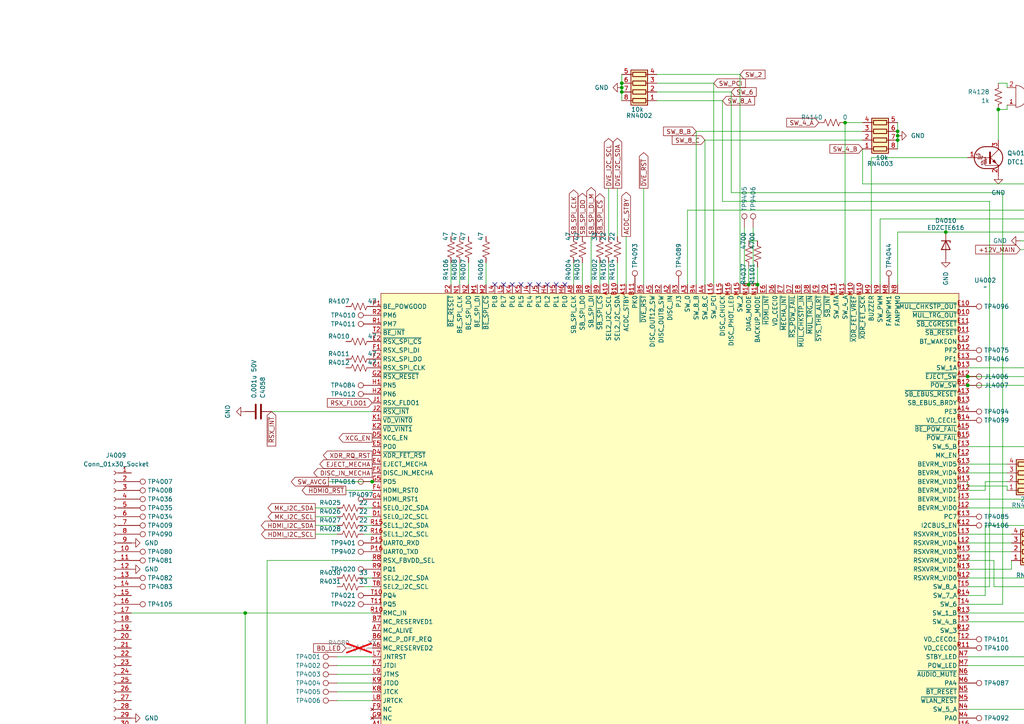
<source format=kicad_sch>
(kicad_sch (version 20231120) (generator "eeschema") (generator_version "8.0")
  (paper "A4")
  (junction (at 176.53 223.52))
  (junction (at 199.39 223.52))
  (junction (at 389.89 97.79))
  (junction (at 171.45 223.52))
  (junction (at 309.88 72.39))
  (junction (at 205.74 223.52))
  (junction (at 153.67 223.52))
  (junction (at 260.35 39.37))
  (junction (at 181.61 223.52))
  (junction (at 224.79 256.54))
  (junction (at 191.77 238.76))
  (junction (at 320.04 80.01))
  (junction (at 317.5 72.39))
  (junction (at 412.75 92.71))
  (junction (at 151.13 223.52))
  (junction (at 184.15 223.52))
  (junction (at 163.83 289.56))
  (junction (at 180.34 24.13))
  (junction (at 313.69 67.31))
  (junction (at 138.43 223.52))
  (junction (at 173.99 223.52))
  (junction (at 260.35 38.1))
  (junction (at 364.49 128.27))
  (junction (at 180.34 25.4))
  (junction (at 138.43 297.18))
  (junction (at 163.83 275.59))
  (junction (at 149.86 275.59))
  (junction (at 160.02 275.59))
  (junction (at 135.89 223.52))
  (junction (at 227.33 231.14))
  (junction (at 378.46 100.33))
  (junction (at 149.86 283.21))
  (junction (at 289.56 31.75))
  (junction (at 274.32 67.31))
  (junction (at 214.63 266.7))
  (junction (at 186.69 223.52))
  (junction (at 140.97 223.52))
  (junction (at 227.33 264.16))
  (junction (at 349.25 177.8))
  (junction (at 156.21 223.52))
  (junction (at 179.07 223.52))
  (junction (at 226.06 264.16))
  (junction (at 364.49 129.54))
  (junction (at 219.71 82.55))
  (junction (at 199.39 238.76))
  (junction (at 166.37 238.76))
  (junction (at 107.95 139.7))
  (junction (at 260.35 40.64))
  (junction (at 242.57 223.52))
  (junction (at 227.33 238.76))
  (junction (at 224.79 237.49))
  (junction (at 71.12 177.8))
  (junction (at 309.88 67.31))
  (junction (at 217.17 237.49))
  (junction (at 401.32 95.25))
  (junction (at 217.17 256.54))
  (junction (at 234.95 256.54))
  (junction (at 148.59 223.52))
  (junction (at 364.49 127))
  (junction (at 309.88 69.85))
  (junction (at 217.17 82.55))
  (junction (at 209.55 238.76))
  (junction (at 158.75 223.52))
  (junction (at 194.31 266.7))
  (junction (at 180.34 26.67))
  (junction (at 435.61 105.41))
  (junction (at 227.33 256.54))
  (junction (at 280.67 111.76))
  (junction (at 346.71 106.68))
  (junction (at 280.67 109.22))
  (junction (at 245.11 35.56))
  (junction (at 224.79 264.16))
  (junction (at 322.58 72.39))
  (no_connect (at 321.31 154.94))
  (no_connect (at 146.05 82.55))
  (no_connect (at 331.47 154.94))
  (no_connect (at 156.21 82.55))
  (no_connect (at 163.83 82.55))
  (no_connect (at 151.13 82.55))
  (no_connect (at 158.75 82.55))
  (no_connect (at 153.67 82.55))
  (no_connect (at 148.59 82.55))
  (no_connect (at 161.29 82.55))
  (no_connect (at 143.51 82.55))
  (wire (pts (xy 224.79 234.95) (xy 224.79 237.49)))
  (wire (pts (xy 317.5 72.39) (xy 322.58 72.39)))
  (wire (pts (xy 346.71 127) (xy 354.33 127)))
  (wire (pts (xy 105.41 147.32) (xy 107.95 147.32)))
  (wire (pts (xy 260.35 67.31) (xy 260.35 82.55)))
  (wire (pts (xy 289.56 40.64) (xy 289.56 31.75)))
  (wire (pts (xy 217.17 69.85) (xy 219.71 69.85)))
  (wire (pts (xy 179.07 54.61) (xy 179.07 68.58)))
  (wire (pts (xy 140.97 223.52) (xy 143.51 223.52)))
  (wire (pts (xy 280.67 205.74) (xy 300.99 205.74)))
  (wire (pts (xy 209.55 58.42) (xy 209.55 29.21)))
  (wire (pts (xy 105.41 149.86) (xy 107.95 149.86)))
  (wire (pts (xy 191.77 223.52) (xy 191.77 238.76)))
  (wire (pts (xy 322.58 72.39) (xy 325.12 72.39)))
  (wire (pts (xy 320.04 80.01) (xy 317.5 80.01)))
  (wire (pts (xy 212.09 26.67) (xy 190.5 26.67)))
  (wire (pts (xy 199.39 223.52) (xy 199.39 238.76)))
  (wire (pts (xy 179.07 223.52) (xy 181.61 223.52)))
  (wire (pts (xy 209.55 29.21) (xy 190.5 29.21)))
  (wire (pts (xy 148.59 297.18) (xy 153.67 297.18)))
  (wire (pts (xy 138.43 223.52) (xy 140.97 223.52)))
  (wire (pts (xy 209.55 223.52) (xy 209.55 238.76)))
  (wire (pts (xy 349.25 124.46) (xy 354.33 124.46)))
  (wire (pts (xy 78.74 119.38) (xy 107.95 119.38)))
  (wire (pts (xy 229.87 223.52) (xy 229.87 247.65)))
  (wire (pts (xy 226.06 264.16) (xy 227.33 264.16)))
  (wire (pts (xy 217.17 234.95) (xy 217.17 237.49)))
  (wire (pts (xy 91.44 147.32) (xy 97.79 147.32)))
  (wire (pts (xy 148.59 289.56) (xy 148.59 297.18)))
  (wire (pts (xy 280.67 134.62) (xy 292.1 134.62)))
  (wire (pts (xy 149.86 283.21) (xy 160.02 283.21)))
  (wire (pts (xy 260.35 40.64) (xy 260.35 43.18)))
  (wire (pts (xy 135.89 223.52) (xy 138.43 223.52)))
  (wire (pts (xy 97.79 193.04) (xy 107.95 193.04)))
  (wire (pts (xy 290.83 55.88) (xy 212.09 55.88)))
  (wire (pts (xy 252.73 45.72) (xy 280.67 45.72)))
  (wire (pts (xy 280.67 170.18) (xy 287.02 170.18)))
  (wire (pts (xy 360.68 105.41) (xy 360.68 63.5)))
  (wire (pts (xy 97.79 200.66) (xy 107.95 200.66)))
  (wire (pts (xy 280.67 167.64) (xy 300.99 167.64)))
  (wire (pts (xy 179.07 76.2) (xy 179.07 82.55)))
  (wire (pts (xy 105.41 154.94) (xy 107.95 154.94)))
  (wire (pts (xy 289.56 31.75) (xy 292.1 31.75)))
  (wire (pts (xy 105.41 167.64) (xy 107.95 167.64)))
  (wire (pts (xy 166.37 76.2) (xy 166.37 82.55)))
  (wire (pts (xy 260.35 67.31) (xy 274.32 67.31)))
  (wire (pts (xy 298.45 309.88) (xy 298.45 172.72)))
  (wire (pts (xy 300.99 205.74) (xy 300.99 175.26)))
  (wire (pts (xy 364.49 128.27) (xy 364.49 129.54)))
  (wire (pts (xy 365.76 97.79) (xy 365.76 109.22)))
  (wire (pts (xy 375.92 317.5) (xy 71.12 317.5)))
  (wire (pts (xy 280.67 157.48) (xy 293.37 157.48)))
  (wire (pts (xy 186.69 54.61) (xy 186.69 82.55)))
  (wire (pts (xy 71.12 177.8) (xy 71.12 317.5)))
  (wire (pts (xy 247.65 223.52) (xy 250.19 223.52)))
  (wire (pts (xy 217.17 77.47) (xy 217.17 82.55)))
  (wire (pts (xy 201.93 38.1) (xy 250.19 38.1)))
  (wire (pts (xy 424.18 90.17) (xy 443.23 90.17)))
  (wire (pts (xy 443.23 105.41) (xy 435.61 105.41)))
  (wire (pts (xy 401.32 95.25) (xy 443.23 95.25)))
  (wire (pts (xy 229.87 247.65) (xy 227.33 247.65)))
  (wire (pts (xy 293.37 165.1) (xy 293.37 162.56)))
  (wire (pts (xy 153.67 289.56) (xy 163.83 289.56)))
  (wire (pts (xy 222.25 234.95) (xy 224.79 234.95)))
  (wire (pts (xy 285.75 142.24) (xy 280.67 142.24)))
  (wire (pts (xy 274.32 67.31) (xy 309.88 67.31)))
  (wire (pts (xy 289.56 24.13) (xy 292.1 24.13)))
  (wire (pts (xy 290.83 175.26) (xy 290.83 55.88)))
  (wire (pts (xy 365.76 97.79) (xy 389.89 97.79)))
  (wire (pts (xy 91.44 154.94) (xy 97.79 154.94)))
  (wire (pts (xy 222.25 223.52) (xy 222.25 234.95)))
  (wire (pts (xy 285.75 172.72) (xy 285.75 152.4)))
  (wire (pts (xy 245.11 35.56) (xy 250.19 35.56)))
  (wire (pts (xy 307.34 144.78) (xy 307.34 149.86)))
  (wire (pts (xy 227.33 247.65) (xy 227.33 256.54)))
  (wire (pts (xy 215.9 82.55) (xy 217.17 82.55)))
  (wire (pts (xy 224.79 264.16) (xy 217.17 264.16)))
  (wire (pts (xy 133.35 76.2) (xy 133.35 82.55)))
  (wire (pts (xy 280.67 154.94) (xy 293.37 154.94)))
  (wire (pts (xy 364.49 124.46) (xy 364.49 127)))
  (wire (pts (xy 153.67 223.52) (xy 156.21 223.52)))
  (wire (pts (xy 224.79 237.49) (xy 224.79 256.54)))
  (wire (pts (xy 97.79 190.5) (xy 107.95 190.5)))
  (wire (pts (xy 443.23 100.33) (xy 378.46 100.33)))
  (wire (pts (xy 280.67 210.82) (xy 280.67 213.36)))
  (wire (pts (xy 207.01 82.55) (xy 207.01 24.13)))
  (wire (pts (xy 166.37 238.76) (xy 191.77 238.76)))
  (wire (pts (xy 287.02 170.18) (xy 287.02 58.42)))
  (wire (pts (xy 257.81 223.52) (xy 260.35 223.52)))
  (wire (pts (xy 375.92 102.87) (xy 375.92 317.5)))
  (wire (pts (xy 280.67 147.32) (xy 321.31 147.32)))
  (wire (pts (xy 180.34 26.67) (xy 180.34 29.21)))
  (wire (pts (xy 176.53 54.61) (xy 176.53 68.58)))
  (wire (pts (xy 313.69 40.64) (xy 313.69 67.31)))
  (wire (pts (xy 180.34 24.13) (xy 180.34 25.4)))
  (wire (pts (xy 138.43 238.76) (xy 166.37 238.76)))
  (wire (pts (xy 280.67 172.72) (xy 285.75 172.72)))
  (wire (pts (xy 190.5 21.59) (xy 214.63 21.59)))
  (wire (pts (xy 309.88 69.85) (xy 334.01 69.85)))
  (wire (pts (xy 139.7 275.59) (xy 149.86 275.59)))
  (wire (pts (xy 140.97 76.2) (xy 140.97 82.55)))
  (wire (pts (xy 205.74 223.52) (xy 207.01 223.52)))
  (wire (pts (xy 149.86 275.59) (xy 160.02 275.59)))
  (wire (pts (xy 424.18 121.92) (xy 424.18 90.17)))
  (wire (pts (xy 219.71 77.47) (xy 219.71 82.55)))
  (wire (pts (xy 214.63 223.52) (xy 214.63 266.7)))
  (wire (pts (xy 280.67 215.9) (xy 280.67 218.44)))
  (wire (pts (xy 121.92 297.18) (xy 138.43 297.18)))
  (wire (pts (xy 171.45 68.58) (xy 171.45 82.55)))
  (wire (pts (xy 280.67 190.5) (xy 370.84 190.5)))
  (wire (pts (xy 214.63 21.59) (xy 214.63 82.55)))
  (wire (pts (xy 91.44 152.4) (xy 97.79 152.4)))
  (wire (pts (xy 349.25 177.8) (xy 349.25 124.46)))
  (wire (pts (xy 330.2 72.39) (xy 334.01 72.39)))
  (wire (pts (xy 295.91 72.39) (xy 309.88 72.39)))
  (wire (pts (xy 298.45 172.72) (xy 300.99 172.72)))
  (wire (pts (xy 91.44 149.86) (xy 97.79 149.86)))
  (wire (pts (xy 280.67 177.8) (xy 349.25 177.8)))
  (wire (pts (xy 218.44 82.55) (xy 219.71 82.55)))
  (wire (pts (xy 260.35 35.56) (xy 260.35 38.1)))
  (wire (pts (xy 344.17 60.96) (xy 344.17 132.08)))
  (wire (pts (xy 201.93 82.55) (xy 201.93 38.1)))
  (wire (pts (xy 412.75 92.71) (xy 412.75 121.92)))
  (wire (pts (xy 176.53 223.52) (xy 179.07 223.52)))
  (wire (pts (xy 287.02 58.42) (xy 209.55 58.42)))
  (wire (pts (xy 173.99 223.52) (xy 176.53 223.52)))
  (wire (pts (xy 191.77 238.76) (xy 199.39 238.76)))
  (wire (pts (xy 138.43 223.52) (xy 138.43 238.76)))
  (wire (pts (xy 295.91 69.85) (xy 309.88 69.85)))
  (wire (pts (xy 360.68 63.5) (xy 255.27 63.5)))
  (wire (pts (xy 107.95 162.56) (xy 77.47 162.56)))
  (wire (pts (xy 285.75 152.4) (xy 321.31 152.4)))
  (wire (pts (xy 373.38 193.04) (xy 373.38 95.25)))
  (wire (pts (xy 224.79 231.14) (xy 227.33 231.14)))
  (wire (pts (xy 130.81 76.2) (xy 130.81 82.55)))
  (wire (pts (xy 176.53 76.2) (xy 176.53 82.55)))
  (wire (pts (xy 232.41 223.52) (xy 232.41 247.65)))
  (wire (pts (xy 199.39 82.55) (xy 199.39 60.96)))
  (wire (pts (xy 199.39 60.96) (xy 344.17 60.96)))
  (wire (pts (xy 260.35 39.37) (xy 260.35 40.64)))
  (wire (pts (xy 364.49 127) (xy 364.49 128.27)))
  (wire (pts (xy 260.35 38.1) (xy 260.35 39.37)))
  (wire (pts (xy 435.61 105.41) (xy 360.68 105.41)))
  (wire (pts (xy 201.93 266.7) (xy 214.63 266.7)))
  (wire (pts (xy 250.19 40.64) (xy 204.47 40.64)))
  (wire (pts (xy 158.75 223.52) (xy 161.29 223.52)))
  (wire (pts (xy 199.39 238.76) (xy 209.55 238.76)))
  (wire (pts (xy 280.67 160.02) (xy 293.37 160.02)))
  (wire (pts (xy 389.89 97.79) (xy 389.89 121.92)))
  (wire (pts (xy 194.31 223.52) (xy 196.85 223.52)))
  (wire (pts (xy 435.61 105.41) (xy 435.61 121.92)))
  (wire (pts (xy 105.41 152.4) (xy 107.95 152.4)))
  (wire (pts (xy 207.01 24.13) (xy 190.5 24.13)))
  (wire (pts (xy 143.51 289.56) (xy 148.59 289.56)))
  (wire (pts (xy 151.13 223.52) (xy 153.67 223.52)))
  (wire (pts (xy 309.88 72.39) (xy 317.5 72.39)))
  (wire (pts (xy 163.83 297.18) (xy 166.37 297.18)))
  (wire (pts (xy 280.67 106.68) (xy 346.71 106.68)))
  (wire (pts (xy 180.34 21.59) (xy 180.34 24.13)))
  (wire (pts (xy 245.11 82.55) (xy 245.11 35.56)))
  (wire (pts (xy 370.84 92.71) (xy 412.75 92.71)))
  (wire (pts (xy 280.67 111.76) (xy 368.3 111.76)))
  (wire (pts (xy 280.67 140.97) (xy 280.67 139.7)))
  (wire (pts (xy 313.69 67.31) (xy 334.01 67.31)))
  (wire (pts (xy 204.47 40.64) (xy 204.47 82.55)))
  (wire (pts (xy 280.67 109.22) (xy 365.76 109.22)))
  (wire (pts (xy 38.1 177.8) (xy 71.12 177.8)))
  (wire (pts (xy 173.99 76.2) (xy 173.99 82.55)))
  (wire (pts (xy 341.63 180.34) (xy 341.63 53.34)))
  (wire (pts (xy 218.44 66.04) (xy 218.44 82.55)))
  (wire (pts (xy 148.59 223.52) (xy 151.13 223.52)))
  (wire (pts (xy 77.47 309.88) (xy 298.45 309.88)))
  (wire (pts (xy 77.47 162.56) (xy 77.47 309.88)))
  (wire (pts (xy 184.15 223.52) (xy 186.69 223.52)))
  (wire (pts (xy 280.67 180.34) (xy 341.63 180.34)))
  (wire (pts (xy 181.61 223.52) (xy 184.15 223.52)))
  (wire (pts (xy 71.12 177.8) (xy 107.95 177.8)))
  (wire (pts (xy 163.83 223.52) (xy 163.83 275.59)))
  (wire (pts (xy 242.57 238.76) (xy 227.33 238.76)))
  (wire (pts (xy 346.71 106.68) (xy 346.71 127)))
  (wire (pts (xy 166.37 297.18) (xy 166.37 238.76)))
  (wire (pts (xy 401.32 121.92) (xy 401.32 95.25)))
  (wire (pts (xy 226.06 264.16) (xy 224.79 264.16)))
  (wire (pts (xy 209.55 238.76) (xy 227.33 238.76)))
  (wire (pts (xy 204.47 223.52) (xy 205.74 223.52)))
  (wire (pts (xy 168.91 76.2) (xy 168.91 82.55)))
  (wire (pts (xy 378.46 100.33) (xy 378.46 121.92)))
  (wire (pts (xy 285.75 139.7) (xy 285.75 142.24)))
  (wire (pts (xy 138.43 297.18) (xy 143.51 297.18)))
  (wire (pts (xy 146.05 223.52) (xy 148.59 223.52)))
  (wire (pts (xy 215.9 66.04) (xy 215.9 82.55)))
  (wire (pts (xy 217.17 252.73) (xy 217.17 256.54)))
  (wire (pts (xy 133.35 223.52) (xy 135.89 223.52)))
  (wire (pts (xy 252.73 45.72) (xy 252.73 82.55)))
  (wire (pts (xy 280.67 129.54) (xy 354.33 129.54)))
  (wire (pts (xy 341.63 53.34) (xy 250.19 53.34)))
  (wire (pts (xy 97.79 203.2) (xy 107.95 203.2)))
  (wire (pts (xy 181.61 68.58) (xy 181.61 82.55)))
  (wire (pts (xy 95.25 139.7) (xy 107.95 139.7)))
  (wire (pts (xy 320.04 80.01) (xy 322.58 80.01)))
  (wire (pts (xy 307.34 149.86) (xy 321.31 149.86)))
  (wire (pts (xy 280.67 175.26) (xy 290.83 175.26)))
  (wire (pts (xy 300.99 170.18) (xy 288.29 170.18)))
  (wire (pts (xy 217.17 237.49) (xy 217.17 245.11)))
  (wire (pts (xy 186.69 223.52) (xy 189.23 223.52)))
  (wire (pts (xy 443.23 92.71) (xy 412.75 92.71)))
  (wire (pts (xy 364.49 129.54) (xy 364.49 132.08)))
  (wire (pts (xy 322.58 33.02) (xy 322.58 35.56)))
  (wire (pts (xy 100.33 142.24) (xy 107.95 142.24)))
  (wire (pts (xy 280.67 165.1) (xy 293.37 165.1)))
  (wire (pts (xy 227.33 231.14) (xy 227.33 223.52)))
  (wire (pts (xy 212.09 55.88) (xy 212.09 26.67)))
  (wire (pts (xy 163.83 289.56) (xy 163.83 275.59)))
  (wire (pts (xy 255.27 63.5) (xy 255.27 82.55)))
  (wire (pts (xy 219.71 234.95) (xy 217.17 234.95)))
  (wire (pts (xy 309.88 67.31) (xy 313.69 67.31)))
  (wire (pts (xy 97.79 195.58) (xy 107.95 195.58)))
  (wire (pts (xy 242.57 223.52) (xy 245.11 223.52)))
  (wire (pts (xy 344.17 132.08) (xy 354.33 132.08)))
  (wire (pts (xy 219.71 223.52) (xy 219.71 234.95)))
  (wire (pts (xy 139.7 283.21) (xy 149.86 283.21)))
  (wire (pts (xy 373.38 95.25) (xy 401.32 95.25)))
  (wire (pts (xy 280.67 144.78) (xy 307.34 144.78)))
  (wire (pts (xy 280.67 193.04) (xy 373.38 193.04)))
  (wire (pts (xy 156.21 223.52) (xy 158.75 223.52)))
  (wire (pts (xy 292.1 24.13) (xy 292.1 25.4)))
  (wire (pts (xy 105.41 170.18) (xy 107.95 170.18)))
  (wire (pts (xy 180.34 25.4) (xy 180.34 26.67)))
  (wire (pts (xy 160.02 275.59) (xy 163.83 275.59)))
  (wire (pts (xy 252.73 223.52) (xy 255.27 223.52)))
  (wire (pts (xy 292.1 31.75) (xy 292.1 30.48)))
  (wire (pts (xy 97.79 198.12) (xy 107.95 198.12)))
  (wire (pts (xy 435.61 102.87) (xy 375.92 102.87)))
  (wire (pts (xy 242.57 231.14) (xy 242.57 238.76)))
  (wire (pts (xy 168.91 223.52) (xy 171.45 223.52)))
  (wire (pts (xy 292.1 142.24) (xy 292.1 140.97)))
  (wire (pts (xy 280.67 137.16) (xy 292.1 137.16)))
  (wire (pts (xy 250.19 53.34) (xy 250.19 43.18)))
  (wire (pts (xy 135.89 76.2) (xy 135.89 82.55)))
  (wire (pts (xy 292.1 139.7) (xy 285.75 139.7)))
  (wire (pts (xy 288.29 170.18) (xy 288.29 162.56)))
  (wire (pts (xy 191.77 266.7) (xy 194.31 266.7)))
  (wire (pts (xy 166.37 223.52) (xy 166.37 238.76)))
  (wire (pts (xy 368.3 100.33) (xy 378.46 100.33)))
  (wire (pts (xy 443.23 97.79) (xy 389.89 97.79)))
  (wire (pts (xy 227.33 264.16) (xy 234.95 264.16)))
  (wire (pts (xy 370.84 190.5) (xy 370.84 92.71)))
  (wire (pts (xy 234.95 247.65) (xy 234.95 256.54)))
  (wire (pts (xy 288.29 162.56) (xy 280.67 162.56)))
  (wire (pts (xy 368.3 111.76) (xy 368.3 100.33)))
  (wire (pts (xy 292.1 140.97) (xy 280.67 140.97)))
  (wire (pts (xy 199.39 223.52) (xy 201.93 223.52)))
  (wire (pts (xy 171.45 223.52) (xy 173.99 223.52)))
  (wire (pts (xy 232.41 247.65) (xy 234.95 247.65)))
  (global_label "SW_8_C" (shape input) (at 204.47 40.64 180) (property "Intersheetrefs" "${INTERSHEET_REFS}" (effects (hide yes))))
  (global_label "SB_SPI_DI_M" (shape output) (at 171.45 68.58 90) (property "Intersheetrefs" "${INTERSHEET_REFS}" (effects (hide yes))))
  (global_label "RSX_FBVDD_SEL" (shape input) (at 311.15 172.72 0) (property "Intersheetrefs" "${INTERSHEET_REFS}" (effects (hide yes))))
  (global_label "RXVRM_VID4" (shape input) (at 303.53 157.48 0) (property "Intersheetrefs" "${INTERSHEET_REFS}" (effects (hide yes))))
  (global_label "BEVRM_VID4" (shape input) (at 302.26 137.16 0) (property "Intersheetrefs" "${INTERSHEET_REFS}" (effects (hide yes))))
  (global_label "BEVRM_VID2" (shape input) (at 302.26 139.7 0) (property "Intersheetrefs" "${INTERSHEET_REFS}" (effects (hide yes))))
  (global_label "SW_5_A" (shape input) (at 311.15 175.26 0) (property "Intersheetrefs" "${INTERSHEET_REFS}" (effects (hide yes))))
  (global_label "~{SB_SPI_CS}" (shape output) (at 173.99 68.58 90) (property "Intersheetrefs" "${INTERSHEET_REFS}" (effects (hide yes))))
  (global_label "RXVRM_VID3" (shape input) (at 303.53 160.02 0) (property "Intersheetrefs" "${INTERSHEET_REFS}" (effects (hide yes))))
  (global_label "SW_7_A" (shape input) (at 331.47 152.4 0) (property "Intersheetrefs" "${INTERSHEET_REFS}" (effects (hide yes))))
  (global_label "RXVRM_VID1" (shape input) (at 303.53 162.56 0) (property "Intersheetrefs" "${INTERSHEET_REFS}" (effects (hide yes))))
  (global_label "SW_4_B" (shape input) (at 250.19 43.18 180) (property "Intersheetrefs" "${INTERSHEET_REFS}" (effects (hide yes))))
  (global_label "DVE_I2C_SDA" (shape output) (at 179.07 54.61 90) (property "Intersheetrefs" "${INTERSHEET_REFS}" (effects (hide yes))))
  (global_label "~{DVE_RST}" (shape output) (at 186.69 54.61 90) (property "Intersheetrefs" "${INTERSHEET_REFS}" (effects (hide yes))))
  (global_label "~{RSX_INT}" (shape input) (at 78.74 119.38 270) (property "Intersheetrefs" "${INTERSHEET_REFS}" (effects (hide yes))))
  (global_label "SW_4_A" (shape input) (at 237.49 35.56 180) (property "Intersheetrefs" "${INTERSHEET_REFS}" (effects (hide yes))))
  (global_label "RXVRM_VID0" (shape input) (at 311.15 167.64 0) (property "Intersheetrefs" "${INTERSHEET_REFS}" (effects (hide yes))))
  (global_label "HDMI_I2C_SDA" (shape output) (at 91.44 152.4 180) (property "Intersheetrefs" "${INTERSHEET_REFS}" (effects (hide yes))))
  (global_label "RXVRM_VID2" (shape input) (at 311.15 170.18 0) (property "Intersheetrefs" "${INTERSHEET_REFS}" (effects (hide yes))))
  (global_label "~{SYSCON_RST}" (shape input) (at 191.77 266.7 180) (property "Intersheetrefs" "${INTERSHEET_REFS}" (effects (hide yes))))
  (global_label "XDR_RQ_RST" (shape output) (at 107.95 132.08 180) (property "Intersheetrefs" "${INTERSHEET_REFS}" (effects (hide yes))))
  (global_label "SW_PCI" (shape input) (at 207.01 24.13 0) (property "Intersheetrefs" "${INTERSHEET_REFS}" (effects (hide yes))))
  (global_label "MK_I2C_SCL" (shape output) (at 91.44 149.86 180) (property "Intersheetrefs" "${INTERSHEET_REFS}" (effects (hide yes))))
  (global_label "BEVRM_VID1" (shape input) (at 331.47 149.86 0) (property "Intersheetrefs" "${INTERSHEET_REFS}" (effects (hide yes))))
  (global_label "~{HDMI0_RST}" (shape output) (at 100.33 142.24 180) (property "Intersheetrefs" "${INTERSHEET_REFS}" (effects (hide yes))))
  (global_label "BD_LED" (shape input) (at 100.33 187.96 180) (property "Intersheetrefs" "${INTERSHEET_REFS}" (effects (hide yes))))
  (global_label "BEVRM_VID3" (shape input) (at 302.26 142.24 0) (property "Intersheetrefs" "${INTERSHEET_REFS}" (effects (hide yes))))
  (global_label "RXVRM_VID5" (shape input) (at 303.53 154.94 0) (property "Intersheetrefs" "${INTERSHEET_REFS}" (effects (hide yes))))
  (global_label "XCG_EN" (shape output) (at 107.95 127 180) (property "Intersheetrefs" "${INTERSHEET_REFS}" (effects (hide yes))))
  (global_label "SW_8_B" (shape input) (at 201.93 38.1 180) (property "Intersheetrefs" "${INTERSHEET_REFS}" (effects (hide yes))))
  (global_label "+12V_MAIN" (shape input) (at 295.91 72.39 180) (property "Intersheetrefs" "${INTERSHEET_REFS}" (effects (hide yes))))
  (global_label "SW_8_A" (shape input) (at 209.55 29.21 0) (property "Intersheetrefs" "${INTERSHEET_REFS}" (effects (hide yes))))
  (global_label "BEVRM_VID5" (shape input) (at 302.26 134.62 0) (property "Intersheetrefs" "${INTERSHEET_REFS}" (effects (hide yes))))
  (global_label "RSX_FLDO1" (shape input) (at 107.95 116.84 180) (property "Intersheetrefs" "${INTERSHEET_REFS}" (effects (hide yes))))
  (global_label "SW_6" (shape input) (at 212.09 26.67 0) (property "Intersheetrefs" "${INTERSHEET_REFS}" (effects (hide yes))))
  (global_label "SW_2" (shape input) (at 214.63 21.59 0) (property "Intersheetrefs" "${INTERSHEET_REFS}" (effects (hide yes))))
  (global_label "DVE_I2C_SCL" (shape output) (at 176.53 54.61 90) (property "Intersheetrefs" "${INTERSHEET_REFS}" (effects (hide yes))))
  (global_label "SB_SPI_DO" (shape output) (at 168.91 68.58 90) (property "Intersheetrefs" "${INTERSHEET_REFS}" (effects (hide yes))))
  (global_label "SW_AVCG" (shape output) (at 95.25 139.7 180) (property "Intersheetrefs" "${INTERSHEET_REFS}" (effects (hide yes))))
  (global_label "SB_SPI_CLK" (shape output) (at 166.37 68.58 90) (property "Intersheetrefs" "${INTERSHEET_REFS}" (effects (hide yes))))
  (global_label "EJECT_MECHA" (shape output) (at 107.95 134.62 180) (property "Intersheetrefs" "${INTERSHEET_REFS}" (effects (hide yes))))
  (global_label "HDMI_I2C_SCL" (shape output) (at 91.44 154.94 180) (property "Intersheetrefs" "${INTERSHEET_REFS}" (effects (hide yes))))
  (global_label "SW_1_A" (shape input) (at 354.33 106.68 0) (property "Intersheetrefs" "${INTERSHEET_REFS}" (effects (hide yes))))
  (global_label "DISC_IN_MECHA" (shape output) (at 107.95 137.16 180) (property "Intersheetrefs" "${INTERSHEET_REFS}" (effects (hide yes))))
  (global_label "ACDC_STBY" (shape output) (at 181.61 68.58 90) (property "Intersheetrefs" "${INTERSHEET_REFS}" (effects (hide yes))))
  (global_label "SW_1_B" (shape input) (at 356.87 177.8 0) (property "Intersheetrefs" "${INTERSHEET_REFS}" (effects (hide yes))))
  (global_label "BEVRM_VID0" (shape input) (at 331.47 147.32 0) (property "Intersheetrefs" "${INTERSHEET_REFS}" (effects (hide yes))))
  (global_label "MK_I2C_SDA" (shape output) (at 91.44 147.32 180) (property "Intersheetrefs" "${INTERSHEET_REFS}" (effects (hide yes))))
  (symbol (lib_id "Device:R_US") (at 219.71 73.66 180) (unit 1)
    (property "Reference" "R1101" (at 218.186 79.502 90))
    (property "Value" "4700" (at 218.186 69.85 90))
    (property "Footprint" "Resistor_SMD:R_0402_1005Metric" (effects (hide yes)))
    (property "Description" "Resistor, US symbol" (effects (hide yes)))
  )
  (symbol (lib_id "Connector:TestPoint") (at 280.67 104.14 270) (unit 1)
    (property "Reference" "TP4046" (at 289.052 104.14 90))
    (property "Value" "TestPoint" (effects (hide yes)))
    (property "Footprint" "TestPoint:TestPoint_Pad_1.0x1.0mm" (effects (hide yes)))
    (property "Description" "test point" (effects (hide yes)))
  )
  (symbol (lib_id "Connector:TestPoint") (at 218.44 66.04 0) (unit 1)
    (property "Reference" "TP9406" (at 218.44 57.658 90))
    (property "Value" "TestPoint" (effects (hide yes)))
    (property "Footprint" "TestPoint:TestPoint_Pad_D1.5mm" (effects (hide yes)))
    (property "Description" "test point" (effects (hide yes)))
  )
  (symbol (lib_id "Connector:TestPoint") (at 97.79 193.04 90) (unit 1)
    (property "Reference" "TP4002" (at 89.408 193.04 90))
    (property "Value" "TestPoint" (effects (hide yes)))
    (property "Footprint" "TestPoint:TestPoint_Pad_1.0x1.0mm" (effects (hide yes)))
    (property "Description" "test point" (effects (hide yes)))
  )
  (symbol (lib_id "Connector:TestPoint") (at 97.79 200.66 90) (unit 1)
    (property "Reference" "TP4005" (at 89.408 200.66 90))
    (property "Value" "TestPoint" (effects (hide yes)))
    (property "Footprint" "TestPoint:TestPoint_Pad_1.0x1.0mm" (effects (hide yes)))
    (property "Description" "test point" (effects (hide yes)))
  )
  (symbol (lib_id "Device:R_US") (at 224.79 227.33 0) (mirror y) (unit 1)
    (property "Reference" "R4043" (at 222.25 226.0599 0) (effects (justify left)))
    (property "Value" "22" (at 222.25 228.5999 0) (effects (justify left)))
    (property "Footprint" "Resistor_SMD:R_0402_1005Metric" (effects (hide yes)))
    (property "Description" "Resistor, US symbol" (effects (hide yes)))
  )
  (symbol (lib_id "Device:R_US") (at 353.06 177.8 90) (unit 1)
    (property "Reference" "R4139" (at 347.218 176.276 90))
    (property "Value" "0" (at 356.87 176.276 90))
    (property "Footprint" "Resistor_SMD:R_0402_1005Metric" (effects (hide yes)))
    (property "Description" "Resistor, US symbol" (effects (hide yes)))
  )
  (symbol (lib_id "Device:R_US") (at 289.56 27.94 0) (mirror x) (unit 1)
    (property "Reference" "R4128" (at 287.02 26.6699 0) (effects (justify right)))
    (property "Value" "1k" (at 287.02 29.2099 0) (effects (justify right)))
    (property "Footprint" "Resistor_SMD:R_0603_1608Metric" (effects (hide yes)))
    (property "Description" "Resistor, US symbol" (effects (hide yes)))
  )
  (symbol (lib_id "Device:C") (at 139.7 279.4 0) (unit 1)
    (property "Reference" "C4069" (at 137.668 278.13 0) (effects (justify right)))
    (property "Value" "4.7u" (at 137.668 280.67 0) (effects (justify right)))
    (property "Footprint" "Capacitor_SMD:C_0603_1608Metric" (effects (hide yes)))
    (property "Description" "Unpolarized capacitor" (effects (hide yes)))
  )
  (symbol (lib_id "Transistor_BJT:DTC144E") (at 320.04 40.64 0) (unit 1) (dnp yes)
    (property "Reference" "Q4011" (at 325.12 39.3699 0) (effects (justify left)))
    (property "Value" "DTC143ZUA" (at 325.12 41.9099 0) (effects (justify left)))
    (property "Footprint" "Package_TO_SOT_SMD:SOT-323_SC-70" (effects (hide yes)))
    (property "Description" "Digital NPN Transistor, 47k/47k, SOT-23" (effects (hide yes)))
  )
  (symbol (lib_id "Connector:TestPoint") (at 280.67 109.22 270) (unit 1)
    (property "Reference" "JL4006" (at 289.052 109.22 90))
    (property "Value" "TestPoint" (effects (hide yes)))
    (property "Footprint" "TestPoint:TestPoint_Pad_D1.5mm" (effects (hide yes)))
    (property "Description" "test point" (effects (hide yes)))
  )
  (symbol (lib_id "Connector:TestPoint") (at 38.1 142.24 270) (mirror x) (unit 1)
    (property "Reference" "TP4008" (at 46.482 142.24 90))
    (property "Value" "TestPoint" (effects (hide yes)))
    (property "Footprint" "TestPoint:TestPoint_Pad_1.0x1.0mm" (effects (hide yes)))
    (property "Description" "test point" (effects (hide yes)))
  )
  (symbol (lib_id "Connector:TestPoint") (at 38.1 147.32 270) (mirror x) (unit 1)
    (property "Reference" "TP4035" (at 46.482 147.32 90))
    (property "Value" "TestPoint" (effects (hide yes)))
    (property "Footprint" "TestPoint:TestPoint_Pad_1.0x1.0mm" (effects (hide yes)))
    (property "Description" "test point" (effects (hide yes)))
  )
  (symbol (lib_id "power:GND") (at 149.86 283.21 0) (unit 1)
    (property "Reference" "#PWR0605" (effects (hide yes)))
    (property "Value" "GND" (at 149.86 288.29 0))
    (property "Description" "Power symbol creates a global label with name \"GND\" , ground" (effects (hide yes)))
  )
  (symbol (lib_id "power:GND") (at 260.35 39.37 90) (unit 1)
    (property "Reference" "#PWR01012" (effects (hide yes)))
    (property "Value" "GND" (at 264.16 39.3699 90) (effects (justify right)))
    (property "Description" "Power symbol creates a global label with name \"GND\" , ground" (effects (hide yes)))
  )
  (symbol (lib_id "Connector:TestPoint") (at 38.1 160.02 270) (mirror x) (unit 1)
    (property "Reference" "TP4080" (at 46.482 160.02 90))
    (property "Value" "TestPoint" (effects (hide yes)))
    (property "Footprint" "TestPoint:TestPoint_Pad_1.0x1.0mm" (effects (hide yes)))
    (property "Description" "test point" (effects (hide yes)))
  )
  (symbol (lib_id "Device:FerriteBead_Small") (at 327.66 72.39 90) (unit 1)
    (property "Reference" "FB4001" (at 327.6219 66.04 90))
    (property "Value" "0uH" (at 327.6219 68.58 90))
    (property "Footprint" "Inductor_SMD:L_0603_1608Metric" (effects (hide yes)))
    (property "Description" "Ferrite bead, small symbol" (effects (hide yes)))
  )
  (symbol (lib_id "Device:R_Pack04") (at 255.27 38.1 270) (mirror x) (unit 1)
    (property "Reference" "RN4003" (at 251.46 47.498 90) (effects (justify left)))
    (property "Value" "10k" (at 254 45.72 90) (effects (justify left)))
    (property "Footprint" "Resistor_SMD:R_Array_Convex_4x0402" (effects (hide yes)))
    (property "Description" "4 resistor network, parallel topology" (effects (hide yes)))
  )
  (symbol (lib_id "Device:R_US") (at 439.42 102.87 90) (unit 1) (in_bom no) (dnp yes)
    (property "Reference" "R4120" (at 433.578 101.346 90))
    (property "Value" "XX" (at 443.23 101.346 90))
    (property "Footprint" "Resistor_SMD:R_0402_1005Metric" (effects (hide yes)))
    (property "Description" "Resistor, US symbol" (effects (hide yes)))
  )
  (symbol (lib_id "Device:C") (at 424.18 125.73 0) (unit 1)
    (property "Reference" "C4054" (at 427.482 137.16 0) (effects (justify right)))
    (property "Value" "0.001u 50V" (at 430.022 138.938 0) (effects (justify right)))
    (property "Footprint" "Capacitor_SMD:C_0402_1005Metric" (effects (hide yes)))
    (property "Description" "Unpolarized capacitor" (effects (hide yes)))
  )
  (symbol (lib_id "power:GND") (at 180.34 25.4 270) (mirror x) (unit 1)
    (property "Reference" "#PWR01011" (effects (hide yes)))
    (property "Value" "GND" (at 176.53 25.3999 90) (effects (justify right)))
    (property "Description" "Power symbol creates a global label with name \"GND\" , ground" (effects (hide yes)))
  )
  (symbol (lib_id "power:GND") (at 295.91 69.85 270) (unit 1)
    (property "Reference" "#PWR01015" (effects (hide yes)))
    (property "Value" "GND" (at 292.1 69.8499 90) (effects (justify right)))
    (property "Description" "Power symbol creates a global label with name \"GND\" , ground" (effects (hide yes)))
  )
  (symbol (lib_id "Connector:TestPoint") (at 38.1 149.86 270) (mirror x) (unit 1)
    (property "Reference" "TP4034" (at 46.482 149.86 90))
    (property "Value" "TestPoint" (effects (hide yes)))
    (property "Footprint" "TestPoint:TestPoint_Pad_1.0x1.0mm" (effects (hide yes)))
    (property "Description" "test point" (effects (hide yes)))
  )
  (symbol (lib_id "Device:R_US") (at 101.6 149.86 90) (unit 1)
    (property "Reference" "R4026" (at 95.758 148.336 90))
    (property "Value" "22" (at 105.41 148.336 90))
    (property "Footprint" "Resistor_SMD:R_0402_1005Metric" (effects (hide yes)))
    (property "Description" "Resistor, US symbol" (effects (hide yes)))
  )
  (symbol (lib_id "Device:R_US") (at 101.6 170.18 90) (unit 1)
    (property "Reference" "R4031" (at 95.758 168.656 90))
    (property "Value" "33" (at 105.41 168.656 90))
    (property "Footprint" "Resistor_SMD:R_0402_1005Metric" (effects (hide yes)))
    (property "Description" "Resistor, US symbol" (effects (hide yes)))
  )
  (symbol (lib_id "power:GND") (at 443.23 77.47 180) (unit 1)
    (property "Reference" "#PWR01025" (effects (hide yes)))
    (property "Value" "GND" (at 443.23 72.39 0))
    (property "Description" "Power symbol creates a global label with name \"GND\" , ground" (effects (hide yes)))
  )
  (symbol (lib_id "Device:D_Zener") (at 274.32 71.12 270) (unit 1)
    (property "Reference" "D4010" (at 274.32 64.008 90))
    (property "Value" "EDZCTE616" (at 274.32 66.04 90))
    (property "Footprint" "Diode_SMD:D_SOD-923" (effects (hide yes)))
    (property "Description" "Zener diode" (effects (hide yes)))
  )
  (symbol (lib_id "Device:C") (at 412.75 125.73 0) (unit 1)
    (property "Reference" "C4053" (at 416.052 137.16 0) (effects (justify right)))
    (property "Value" "0.001u 50V" (at 418.592 138.938 0) (effects (justify right)))
    (property "Footprint" "Capacitor_SMD:C_0402_1005Metric" (effects (hide yes)))
    (property "Description" "Unpolarized capacitor" (effects (hide yes)))
  )
  (symbol (lib_id "Device:R_US") (at 104.14 106.68 90) (unit 1)
    (property "Reference" "R4012" (at 98.298 105.156 90))
    (property "Value" "47" (at 107.95 105.156 90))
    (property "Footprint" "Resistor_SMD:R_0402_1005Metric" (effects (hide yes)))
    (property "Description" "Resistor, US symbol" (effects (hide yes)))
  )
  (symbol (lib_id "Device:R_US") (at 350.52 106.68 90) (unit 1)
    (property "Reference" "R4138" (at 344.678 105.156 90))
    (property "Value" "0" (at 354.33 105.156 90))
    (property "Footprint" "Resistor_SMD:R_0402_1005Metric" (effects (hide yes)))
    (property "Description" "Resistor, US symbol" (effects (hide yes)))
  )
  (symbol (lib_id "Connector:TestPoint") (at 97.79 190.5 90) (unit 1)
    (property "Reference" "TP4001" (at 89.408 190.5 90))
    (property "Value" "TestPoint" (effects (hide yes)))
    (property "Footprint" "TestPoint:TestPoint_Pad_1.0x1.0mm" (effects (hide yes)))
    (property "Description" "test point" (effects (hide yes)))
  )
  (symbol (lib_id "Connector:TestPoint") (at 107.95 93.98 90) (unit 1)
    (property "Reference" "TP4011" (at 99.568 93.98 90))
    (property "Value" "TestPoint" (effects (hide yes)))
    (property "Footprint" "TestPoint:TestPoint_Pad_1.0x1.0mm" (effects (hide yes)))
    (property "Description" "test point" (effects (hide yes)))
  )
  (symbol (lib_id "Connector:TestPoint") (at 280.67 208.28 270) (unit 1)
    (property "Reference" "TP4092" (at 289.052 208.28 90))
    (property "Value" "TestPoint" (effects (hide yes)))
    (property "Footprint" "TestPoint:TestPoint_Pad_1.0x1.0mm" (effects (hide yes)))
    (property "Description" "test point" (effects (hide yes)))
  )
  (symbol (lib_id "Device:R_US") (at 104.14 187.96 90) (unit 1) (in_bom no) (dnp yes)
    (property "Reference" "R4080" (at 98.298 186.436 90))
    (property "Value" "XX" (at 107.95 186.436 90))
    (property "Footprint" "Resistor_SMD:R_0402_1005Metric" (effects (hide yes)))
    (property "Description" "Resistor, US symbol" (effects (hide yes)))
  )
  (symbol (lib_id "power:GND") (at 289.56 50.8 0) (unit 1)
    (property "Reference" "#PWR0608" (effects (hide yes)))
    (property "Value" "GND" (at 289.56 55.88 0))
    (property "Description" "Power symbol creates a global label with name \"GND\" , ground" (effects (hide yes)))
  )
  (symbol (lib_id "Device:R_US") (at 104.14 99.06 90) (unit 1)
    (property "Reference" "R4010" (at 98.298 97.536 90))
    (property "Value" "47" (at 107.95 97.536 90))
    (property "Footprint" "Resistor_SMD:R_0402_1005Metric" (effects (hide yes)))
    (property "Description" "Resistor, US symbol" (effects (hide yes)))
  )
  (symbol (lib_id "Device:C_Polarized_US") (at 317.5 76.2 0) (unit 1)
    (property "Reference" "C4031" (at 313.69 74.2949 0) (effects (justify right)))
    (property "Value" "100u 16V" (at 313.69 76.8349 0) (effects (justify right)))
    (property "Footprint" "Capacitor_SMD:CP_Elec_5x3.9" (effects (hide yes)))
    (property "Description" "Polarized capacitor, US symbol" (effects (hide yes)))
  )
  (symbol (lib_id "Connector:TestPoint") (at 97.79 195.58 90) (unit 1)
    (property "Reference" "TP4003" (at 89.408 195.58 90))
    (property "Value" "TestPoint" (effects (hide yes)))
    (property "Footprint" "TestPoint:TestPoint_Pad_1.0x1.0mm" (effects (hide yes)))
    (property "Description" "test point" (effects (hide yes)))
  )
  (symbol (lib_id "Device:R_US") (at 217.17 248.92 0) (mirror y) (unit 1)
    (property "Reference" "R4041" (at 214.63 247.6499 0) (effects (justify left)))
    (property "Value" "2200" (at 214.63 250.1899 0) (effects (justify left)))
    (property "Footprint" "Resistor_SMD:R_0402_1005Metric" (effects (hide yes)))
    (property "Description" "Resistor, US symbol" (effects (hide yes)))
  )
  (symbol (lib_id "Connector:TestPoint") (at 107.95 157.48 90) (unit 1)
    (property "Reference" "TP9401" (at 99.568 157.48 90))
    (property "Value" "TestPoint" (effects (hide yes)))
    (property "Footprint" "TestPoint:TestPoint_Pad_D1.5mm" (effects (hide yes)))
    (property "Description" "test point" (effects (hide yes)))
  )
  (symbol (lib_id "Device:C") (at 160.02 279.4 0) (unit 1)
    (property "Reference" "C4067" (at 157.988 278.13 0) (effects (justify right)))
    (property "Value" "0.01u" (at 157.988 280.67 0) (effects (justify right)))
    (property "Footprint" "Capacitor_SMD:C_0402_1005Metric" (effects (hide yes)))
    (property "Description" "Unpolarized capacitor" (effects (hide yes)))
  )
  (symbol (lib_id "Connector:TestPoint") (at 280.67 101.6 270) (unit 1)
    (property "Reference" "TP4075" (at 289.052 101.6 90))
    (property "Value" "TestPoint" (effects (hide yes)))
    (property "Footprint" "TestPoint:TestPoint_Pad_1.0x1.0mm" (effects (hide yes)))
    (property "Description" "test point" (effects (hide yes)))
  )
  (symbol (lib_id "power:GND") (at 389.89 129.54 0) (unit 1)
    (property "Reference" "#PWR01019" (effects (hide yes)))
    (property "Value" "GND" (at 389.89 134.62 0))
    (property "Description" "Power symbol creates a global label with name \"GND\" , ground" (effects (hide yes)))
  )
  (symbol (lib_id "Connector:TestPoint") (at 280.67 121.92 270) (unit 1)
    (property "Reference" "TP4099" (at 289.052 121.92 90))
    (property "Value" "TestPoint" (effects (hide yes)))
    (property "Footprint" "TestPoint:TestPoint_Pad_1.0x1.0mm" (effects (hide yes)))
    (property "Description" "test point" (effects (hide yes)))
  )
  (symbol (lib_id "power:GND") (at 364.49 128.27 90) (unit 1)
    (property "Reference" "#PWR01010" (effects (hide yes)))
    (property "Value" "GND" (at 368.3 128.2699 90) (effects (justify right)))
    (property "Description" "Power symbol creates a global label with name \"GND\" , ground" (effects (hide yes)))
  )
  (symbol (lib_id "Device:Crystal") (at 220.98 256.54 0) (unit 1)
    (property "Reference" "Y4001" (at 220.98 248.92 0))
    (property "Value" "Crystal" (at 220.98 251.46 0))
    (property "Footprint" "Crystal:Crystal_SMD_FOX_FQ7050-2Pin_7.0x5.0mm" (effects (hide yes)))
    (property "Description" "Two pin crystal" (effects (hide yes)))
  )
  (symbol (lib_id "Device:D") (at 163.83 293.37 270) (unit 1)
    (property "Reference" "D4009" (at 166.37 292.0999 90) (effects (justify left)))
    (property "Value" "RB751" (at 166.37 294.6399 90) (effects (justify left)))
    (property "Footprint" "Diode_SMD:D_SOD-923" (effects (hide yes)))
    (property "Description" "Diode" (effects (hide yes)))
    (property "Sim.Device" "D" (effects (hide yes)))
    (property "Sim.Pins" "1=K 2=A" (effects (hide yes)))
  )
  (symbol (lib_id "power:GND") (at 424.18 129.54 0) (unit 1)
    (property "Reference" "#PWR01022" (effects (hide yes)))
    (property "Value" "GND" (at 424.18 134.62 0))
    (property "Description" "Power symbol creates a global label with name \"GND\" , ground" (effects (hide yes)))
  )
  (symbol (lib_id "Device:R_US") (at 322.58 21.59 0) (unit 1)
    (property "Reference" "R4118" (at 325.12 20.3199 0) (effects (justify left)))
    (property "Value" "XX" (at 325.12 22.8599 0) (effects (justify left)))
    (property "Footprint" "Resistor_SMD:R_0402_1005Metric" (effects (hide yes)))
    (property "Description" "Resistor, US symbol" (effects (hide yes)))
  )
  (symbol (lib_id "Device:C") (at 217.17 260.35 0) (unit 1)
    (property "Reference" "C4026" (at 213.36 259.0799 0) (effects (justify right)))
    (property "Value" "15p" (at 213.36 261.6199 0) (effects (justify right)))
    (property "Footprint" "Capacitor_SMD:C_0402_1005Metric" (effects (hide yes)))
    (property "Description" "Unpolarized capacitor" (effects (hide yes)))
  )
  (symbol (lib_id "Connector:Conn_01x30_Socket") (at 33.02 172.72 0) (mirror y) (unit 1)
    (property "Reference" "J4009" (at 33.655 132.08 0))
    (property "Value" "Conn_01x30_Socket" (at 33.655 134.62 0))
    (property "Footprint" "Connector_FFC-FPC:TE_3-1734839-0_1x30-1MP_P0.5mm_Horizontal" (effects (hide yes)))
    (property "Description" "Generic connector, single row, 01x30, script generated" (effects (hide yes)))
  )
  (symbol (lib_id "Connector:TestPoint") (at 196.85 82.55 0) (unit 1)
    (property "Reference" "TP4089" (at 196.85 74.168 90))
    (property "Value" "TestPoint" (effects (hide yes)))
    (property "Footprint" "TestPoint:TestPoint_Pad_1.0x1.0mm" (effects (hide yes)))
    (property "Description" "test point" (effects (hide yes)))
  )
  (symbol (lib_id "Device:Buzzer") (at 294.64 27.94 0) (mirror x) (unit 1)
    (property "Reference" "BZ4001" (at 298.45 29.2101 0) (effects (justify left)))
    (property "Value" "Buzzer" (at 298.45 26.6701 0) (effects (justify left)))
    (property "Footprint" "Buzzer_Beeper:Buzzer_TDK_PS1240P02BT_D12.2mm_H6.5mm" (effects (hide yes)))
    (property "Description" "Buzzer, polarized" (effects (hide yes)))
  )
  (symbol (lib_id "Connector:TestPoint") (at 280.67 119.38 270) (unit 1)
    (property "Reference" "TP4094" (at 289.052 119.38 90))
    (property "Value" "TestPoint" (effects (hide yes)))
    (property "Footprint" "TestPoint:TestPoint_Pad_1.0x1.0mm" (effects (hide yes)))
    (property "Description" "test point" (effects (hide yes)))
  )
  (symbol (lib_id "Connector:TestPoint") (at 38.1 162.56 270) (mirror x) (unit 1)
    (property "Reference" "TP4081" (at 46.482 162.56 90))
    (property "Value" "TestPoint" (effects (hide yes)))
    (property "Footprint" "TestPoint:TestPoint_Pad_1.0x1.0mm" (effects (hide yes)))
    (property "Description" "test point" (effects (hide yes)))
  )
  (symbol (lib_id "power:GND") (at 38.1 165.1 90) (unit 1)
    (property "Reference" "#PWR0602" (effects (hide yes)))
    (property "Value" "GND" (at 41.91 165.0999 90) (effects (justify right)))
    (property "Description" "Power symbol creates a global label with name \"GND\" , ground" (effects (hide yes)))
  )
  (symbol (lib_id "power:GND") (at 214.63 274.32 0) (unit 1)
    (property "Reference" "#PWR01009" (effects (hide yes)))
    (property "Value" "GND" (at 214.63 279.4 0))
    (property "Description" "Power symbol creates a global label with name \"GND\" , ground" (effects (hide yes)))
  )
  (symbol (lib_id "Connector:TestPoint") (at 194.31 266.7 180) (unit 1)
    (property "Reference" "TP4091" (at 194.31 275.082 90))
    (property "Value" "TestPoint" (effects (hide yes)))
    (property "Footprint" "TestPoint:TestPoint_Pad_1.0x1.0mm" (effects (hide yes)))
    (property "Description" "test point" (effects (hide yes)))
  )
  (symbol (lib_id "Connector:Conn_01x10_Socket") (at 448.31 95.25 0) (unit 1)
    (property "Reference" "J4010" (at 449.58 95.2499 0) (effects (justify left)))
    (property "Value" "BUTTONS" (at 449.58 97.7899 0) (effects (justify left)))
    (property "Footprint" "Connector_FFC-FPC:Hirose_FH26-13S-0.3SHW_2Rows-13Pins-1MP_P0.60mm_Horizontal" (effects (hide yes)))
    (property "Description" "Generic connector, single row, 01x10, script generated" (effects (hide yes)))
  )
  (symbol (lib_id "Connector:TestPoint") (at 280.67 152.4 270) (unit 1)
    (property "Reference" "TP4106" (at 289.052 152.4 90))
    (property "Value" "TestPoint" (effects (hide yes)))
    (property "Footprint" "TestPoint:TestPoint_Pad_1.0x1.0mm" (effects (hide yes)))
    (property "Description" "test point" (effects (hide yes)))
  )
  (symbol (lib_id "Connector:Conn_01x02_Pin") (at 116.84 297.18 0) (unit 1)
    (property "Reference" "J4003" (at 117.475 292.1 0))
    (property "Value" "Conn_01x02_Pin" (at 117.475 294.64 0))
    (property "Footprint" "Connector_PinHeader_1.27mm:PinHeader_1x02_P1.27mm_Vertical_SMD_Pin1Left" (effects (hide yes)))
    (property "Description" "Generic connector, single row, 01x02, script generated" (effects (hide yes)))
  )
  (symbol (lib_id "Device:D") (at 143.51 293.37 270) (unit 1)
    (property "Reference" "D4007" (at 146.05 292.0999 90) (effects (justify left)))
    (property "Value" "RB751" (at 146.05 294.6399 90) (effects (justify left)))
    (property "Footprint" "Diode_SMD:D_SOD-923" (effects (hide yes)))
    (property "Description" "Diode" (effects (hide yes)))
    (property "Sim.Device" "D" (effects (hide yes)))
    (property "Sim.Pins" "1=K 2=A" (effects (hide yes)))
  )
  (symbol (lib_id "Connector:TestPoint") (at 107.95 144.78 90) (unit 1)
    (property "Reference" "TP4097" (at 104.648 143.51 90))
    (property "Value" "TestPoint" (effects (hide yes)))
    (property "Footprint" "TestPoint:TestPoint_Pad_1.0x1.0mm" (effects (hide yes)))
    (property "Description" "test point" (effects (hide yes)))
  )
  (symbol (lib_id "Connector:TestPoint") (at 107.95 111.76 90) (unit 1)
    (property "Reference" "TP4084" (at 99.568 111.76 90))
    (property "Value" "TestPoint" (effects (hide yes)))
    (property "Footprint" "TestPoint:TestPoint_Pad_1.0x1.0mm" (effects (hide yes)))
    (property "Description" "test point" (effects (hide yes)))
  )
  (symbol (lib_id "Device:C") (at 378.46 125.73 0) (unit 1)
    (property "Reference" "C4050" (at 381.762 137.16 0) (effects (justify right)))
    (property "Value" "0.001u 50V" (at 384.302 138.938 0) (effects (justify right)))
    (property "Footprint" "Capacitor_SMD:C_0402_1005Metric" (effects (hide yes)))
    (property "Description" "Unpolarized capacitor" (effects (hide yes)))
  )
  (symbol (lib_id "Connector:TestPoint") (at 138.43 297.18 90) (unit 1)
    (property "Reference" "TP40005" (at 135.128 294.64 90))
    (property "Value" "TestPoint" (effects (hide yes)))
    (property "Footprint" "TestPoint:TestPoint_Pad_1.0x1.0mm" (effects (hide yes)))
    (property "Description" "test point" (effects (hide yes)))
  )
  (symbol (lib_id "Connector:TestPoint") (at 38.1 152.4 270) (mirror x) (unit 1)
    (property "Reference" "TP4009" (at 46.482 152.4 90))
    (property "Value" "TestPoint" (effects (hide yes)))
    (property "Footprint" "TestPoint:TestPoint_Pad_1.0x1.0mm" (effects (hide yes)))
    (property "Description" "test point" (effects (hide yes)))
  )
  (symbol (lib_id "Device:D") (at 153.67 293.37 270) (unit 1)
    (property "Reference" "D4008" (at 156.21 292.0999 90) (effects (justify left)))
    (property "Value" "RB751" (at 156.21 294.6399 90) (effects (justify left)))
    (property "Footprint" "Diode_SMD:D_SOD-923" (effects (hide yes)))
    (property "Description" "Diode" (effects (hide yes)))
    (property "Sim.Device" "D" (effects (hide yes)))
    (property "Sim.Pins" "1=K 2=A" (effects (hide yes)))
  )
  (symbol (lib_id "power:GND") (at 205.74 223.52 0) (unit 1)
    (property "Reference" "#PWR01007" (effects (hide yes)))
    (property "Value" "GND" (at 205.74 228.6 0))
    (property "Description" "Power symbol creates a global label with name \"GND\" , ground" (effects (hide yes)))
  )
  (symbol (lib_id "Connector:TestPoint") (at 257.81 82.55 0) (unit 1)
    (property "Reference" "TP4044" (at 257.81 74.168 90))
    (property "Value" "TestPoint" (effects (hide yes)))
    (property "Footprint" "TestPoint:TestPoint_Pad_1.0x1.0mm" (effects (hide yes)))
    (property "Description" "test point" (effects (hide yes)))
  )
  (symbol (lib_id "power:GND") (at 274.32 74.93 0) (unit 1)
    (property "Reference" "#PWR01017" (effects (hide yes)))
    (property "Value" "GND" (at 274.3199 78.74 90) (effects (justify right)))
    (property "Description" "Power symbol creates a global label with name \"GND\" , ground" (effects (hide yes)))
  )
  (symbol (lib_id "Device:R_US") (at 101.6 147.32 90) (unit 1)
    (property "Reference" "R4025" (at 95.758 145.796 90))
    (property "Value" "22" (at 105.41 145.796 90))
    (property "Footprint" "Resistor_SMD:R_0402_1005Metric" (effects (hide yes)))
    (property "Description" "Resistor, US symbol" (effects (hide yes)))
  )
  (symbol (lib_id "Connector:TestPoint") (at 280.67 187.96 270) (unit 1)
    (property "Reference" "TP4100" (at 289.052 187.96 90))
    (property "Value" "TestPoint" (effects (hide yes)))
    (property "Footprint" "TestPoint:TestPoint_Pad_1.0x1.0mm" (effects (hide yes)))
    (property "Description" "test point" (effects (hide yes)))
  )
  (symbol (lib_id "Connector:TestPoint") (at 280.67 88.9 270) (unit 1)
    (property "Reference" "TP4096" (at 289.052 88.9 90))
    (property "Value" "TestPoint" (effects (hide yes)))
    (property "Footprint" "TestPoint:TestPoint_Pad_1.0x1.0mm" (effects (hide yes)))
    (property "Description" "test point" (effects (hide yes)))
  )
  (symbol (lib_id "Device:R_US") (at 101.6 154.94 90) (unit 1)
    (property "Reference" "R4028" (at 95.758 153.416 90))
    (property "Value" "22" (at 105.41 153.416 90))
    (property "Footprint" "Resistor_SMD:R_0402_1005Metric" (effects (hide yes)))
    (property "Description" "Resistor, US symbol" (effects (hide yes)))
  )
  (symbol (lib_id "Device:R_US") (at 101.6 152.4 90) (unit 1)
    (property "Reference" "R4027" (at 95.758 150.876 90))
    (property "Value" "22" (at 105.41 150.876 90))
    (property "Footprint" "Resistor_SMD:R_0402_1005Metric" (effects (hide yes)))
    (property "Description" "Resistor, US symbol" (effects (hide yes)))
  )
  (symbol (lib_id "Connector:Conn_01x03_Pin") (at 339.09 69.85 180) (unit 1)
    (property "Reference" "J4001" (at 342.392 67.564 0))
    (property "Value" "FAN" (at 341.376 69.596 0))
    (property "Footprint" "Connector_JST:JST_PH_B3B-PH-SM4-TB_1x03-1MP_P2.00mm_Vertical" (effects (hide yes)))
    (property "Description" "Generic connector, single row, 01x03, script generated" (effects (hide yes)))
  )
  (symbol (lib_id "Connector:TestPoint") (at 107.95 114.3 90) (unit 1)
    (property "Reference" "TP4012" (at 99.568 114.3 90))
    (property "Value" "TestPoint" (effects (hide yes)))
    (property "Footprint" "TestPoint:TestPoint_Pad_1.0x1.0mm" (effects (hide yes)))
    (property "Description" "test point" (effects (hide yes)))
  )
  (symbol (lib_id "Device:R_US") (at 173.99 72.39 180) (unit 1)
    (property "Reference" "R4002" (at 172.466 78.232 90))
    (property "Value" "33" (at 172.466 68.58 90))
    (property "Footprint" "Resistor_SMD:R_0402_1005Metric" (effects (hide yes)))
    (property "Description" "Resistor, US symbol" (effects (hide yes)))
  )
  (symbol (lib_id "Connector:TestPoint") (at 217.17 223.52 180) (unit 1)
    (property "Reference" "TP4040" (at 217.17 231.902 90))
    (property "Value" "TestPoint" (effects (hide yes)))
    (property "Footprint" "TestPoint:TestPoint_Pad_1.0x1.0mm" (effects (hide yes)))
    (property "Description" "test point" (effects (hide yes)))
  )
  (symbol (lib_id "Connector:TestPoint") (at 38.1 170.18 270) (mirror x) (unit 1)
    (property "Reference" "TP4083" (at 46.482 170.18 90))
    (property "Value" "TestPoint" (effects (hide yes)))
    (property "Footprint" "TestPoint:TestPoint_Pad_1.0x1.0mm" (effects (hide yes)))
    (property "Description" "test point" (effects (hide yes)))
  )
  (symbol (lib_id "power:GND") (at 71.12 119.38 270) (unit 1)
    (property "Reference" "#PWR01013" (effects (hide yes)))
    (property "Value" "GND" (at 66.04 119.38 0))
    (property "Description" "Power symbol creates a global label with name \"GND\" , ground" (effects (hide yes)))
  )
  (symbol (lib_id "power:GND") (at 435.61 129.54 0) (unit 1)
    (property "Reference" "#PWR01023" (effects (hide yes)))
    (property "Value" "GND" (at 435.61 134.62 0))
    (property "Description" "Power symbol creates a global label with name \"GND\" , ground" (effects (hide yes)))
  )
  (symbol (lib_id "Device:R_Pack04") (at 297.18 137.16 270) (mirror x) (unit 1)
    (property "Reference" "RN4004" (at 293.37 146.558 90) (effects (justify left)))
    (property "Value" "22" (at 295.91 144.78 90) (effects (justify left)))
    (property "Footprint" "Resistor_SMD:R_Array_Convex_4x0402" (effects (hide yes)))
    (property "Description" "4 resistor network, parallel topology" (effects (hide yes)))
  )
  (symbol (lib_id "Device:R_US") (at 166.37 72.39 180) (unit 1)
    (property "Reference" "R4004" (at 164.846 78.232 90))
    (property "Value" "47" (at 164.846 68.58 90))
    (property "Footprint" "Resistor_SMD:R_0402_1005Metric" (effects (hide yes)))
    (property "Description" "Resistor, US symbol" (effects (hide yes)))
  )
  (symbol (lib_id "Device:R_US") (at 135.89 72.39 180) (unit 1)
    (property "Reference" "R4007" (at 134.366 78.232 90))
    (property "Value" "47" (at 134.366 68.58 90))
    (property "Footprint" "Resistor_SMD:R_0402_1005Metric" (effects (hide yes)))
    (property "Description" "Resistor, US symbol" (effects (hide yes)))
  )
  (symbol (lib_id "Device:R_US") (at 168.91 72.39 180) (unit 1)
    (property "Reference" "R4003" (at 167.386 78.232 90))
    (property "Value" "47" (at 167.386 68.58 90))
    (property "Footprint" "Resistor_SMD:R_0402_1005Metric" (effects (hide yes)))
    (property "Description" "Resistor, US symbol" (effects (hide yes)))
  )
  (symbol (lib_id "power:GND") (at 121.92 299.72 90) (unit 1)
    (property "Reference" "#PWR0604" (effects (hide yes)))
    (property "Value" "GND" (at 125.73 299.7199 90) (effects (justify right)))
    (property "Description" "Power symbol creates a global label with name \"GND\" , ground" (effects (hide yes)))
  )
  (symbol (lib_id "Device:R_US") (at 241.3 35.56 90) (unit 1)
    (property "Reference" "R4140" (at 235.458 34.036 90))
    (property "Value" "0" (at 245.11 34.036 90))
    (property "Footprint" "Resistor_SMD:R_0402_1005Metric" (effects (hide yes)))
    (property "Description" "Resistor, US symbol" (effects (hide yes)))
  )
  (symbol (lib_id "Device:R_Pack04") (at 306.07 170.18 270) (mirror x) (unit 1)
    (property "Reference" "RN4007" (at 302.26 179.578 90) (effects (justify left)))
    (property "Value" "22" (at 304.8 177.8 90) (effects (justify left)))
    (property "Footprint" "Resistor_SMD:R_Array_Convex_4x0402" (effects (hide yes)))
    (property "Description" "4 resistor network, parallel topology" (effects (hide yes)))
  )
  (symbol (lib_id "power:GND") (at 320.04 80.01 0) (mirror y) (unit 1)
    (property "Reference" "#PWR01014" (effects (hide yes)))
    (property "Value" "GND" (at 320.04 85.09 0))
    (property "Description" "Power symbol creates a global label with name \"GND\" , ground" (effects (hide yes)))
  )
  (symbol (lib_id "Connector:TestPoint") (at 107.95 91.44 90) (unit 1)
    (property "Reference" "TP4010" (at 99.568 91.44 90))
    (property "Value" "TestPoint" (effects (hide yes)))
    (property "Footprint" "TestPoint:TestPoint_Pad_1.0x1.0mm" (effects (hide yes)))
    (property "Description" "test point" (effects (hide yes)))
  )
  (symbol (lib_id "Device:R_US") (at 220.98 237.49 90) (mirror x) (unit 1)
    (property "Reference" "R4042" (at 219.7099 240.03 0) (effects (justify left)))
    (property "Value" "1M" (at 222.2499 240.03 0) (effects (justify left)))
    (property "Footprint" "Resistor_SMD:R_0402_1005Metric" (effects (hide yes)))
    (property "Description" "Resistor, US symbol" (effects (hide yes)))
  )
  (symbol (lib_id "Device:R_US") (at 179.07 72.39 180) (unit 1)
    (property "Reference" "R4104" (at 177.546 78.232 90))
    (property "Value" "22" (at 177.546 68.58 90))
    (property "Footprint" "Resistor_SMD:R_0402_1005Metric" (effects (hide yes)))
    (property "Description" "Resistor, US symbol" (effects (hide yes)))
  )
  (symbol (lib_id "Device:R_US") (at 198.12 266.7 90) (unit 1)
    (property "Reference" "R4114" (at 192.278 265.176 90))
    (property "Value" "0" (at 201.93 265.176 90))
    (property "Footprint" "Resistor_SMD:R_0402_1005Metric" (effects (hide yes)))
    (property "Description" "Resistor, US symbol" (effects (hide yes)))
  )
  (symbol (lib_id "Connector:TestPoint") (at 97.79 198.12 90) (unit 1)
    (property "Reference" "TP4004" (at 89.408 198.12 90))
    (property "Value" "TestPoint" (effects (hide yes)))
    (property "Footprint" "TestPoint:TestPoint_Pad_1.0x1.0mm" (effects (hide yes)))
    (property "Description" "test point" (effects (hide yes)))
  )
  (symbol (lib_id "Connector:TestPoint") (at 309.88 69.85 90) (unit 1)
    (property "Reference" "TP9408" (at 301.498 69.85 90))
    (property "Value" "TestPoint" (effects (hide yes)))
    (property "Footprint" "TestPoint:TestPoint_Pad_1.0x1.0mm" (effects (hide yes)))
    (property "Description" "test point" (effects (hide yes)))
  )
  (symbol (lib_id "Device:C") (at 443.23 81.28 0) (mirror y) (unit 1)
    (property "Reference" "C4049" (at 447.04 80.0099 0) (effects (justify right)))
    (property "Value" "1u 10V" (at 447.04 82.5499 0) (effects (justify right)))
    (property "Footprint" "Capacitor_SMD:C_0603_1608Metric" (effects (hide yes)))
    (property "Description" "Unpolarized capacitor" (effects (hide yes)))
  )
  (symbol (lib_id "Device:R_Pack04") (at 326.39 149.86 270) (mirror x) (unit 1)
    (property "Reference" "RN4005" (at 322.58 159.258 90) (effects (justify left)))
    (property "Value" "22" (at 325.12 157.48 90) (effects (justify left)))
    (property "Footprint" "Resistor_SMD:R_Array_Convex_4x0402" (effects (hide yes)))
    (property "Description" "4 resistor network, parallel topology" (effects (hide yes)))
  )
  (symbol (lib_id "Connector:TestPoint") (at 184.15 82.55 0) (unit 1)
    (property "Reference" "TP4093" (at 184.15 74.168 90))
    (property "Value" "TestPoint" (effects (hide yes)))
    (property "Footprint" "TestPoint:TestPoint_Pad_1.0x1.0mm" (effects (hide yes)))
    (property "Description" "test point" (effects (hide yes)))
  )
  (symbol (lib_id "Device:R_Pack04") (at 185.42 24.13 90) (unit 1)
    (property "Reference" "RN4002" (at 189.23 33.528 90) (effects (justify left)))
    (property "Value" "10k" (at 186.69 31.75 90) (effects (justify left)))
    (property "Footprint" "Resistor_SMD:R_Array_Convex_4x0402" (effects (hide yes)))
    (property "Description" "4 resistor network, parallel topology" (effects (hide yes)))
  )
  (symbol (lib_id "Device:C") (at 435.61 125.73 0) (unit 1)
    (property "Reference" "C4062" (at 438.912 137.16 0) (effects (justify right)))
    (property "Value" "0.001u 50V" (at 441.452 138.938 0) (effects (justify right)))
    (property "Footprint" "Capacitor_SMD:C_0402_1005Metric" (effects (hide yes)))
    (property "Description" "Unpolarized capacitor" (effects (hide yes)))
  )
  (symbol (lib_id "Device:C") (at 149.86 279.4 0) (unit 1)
    (property "Reference" "C4068" (at 147.828 278.13 0) (effects (justify right)))
    (property "Value" "0.1u" (at 147.828 280.67 0) (effects (justify right)))
    (property "Footprint" "Capacitor_SMD:C_0402_1005Metric" (effects (hide yes)))
    (property "Description" "Unpolarized capacitor" (effects (hide yes)))
  )
  (symbol (lib_id "Device:R_Pack04") (at 298.45 157.48 270) (mirror x) (unit 1)
    (property "Reference" "RN4006" (at 294.64 166.878 90) (effects (justify left)))
    (property "Value" "22" (at 297.18 165.1 90) (effects (justify left)))
    (property "Footprint" "Resistor_SMD:R_Array_Convex_4x0402" (effects (hide yes)))
    (property "Description" "4 resistor network, parallel topology" (effects (hide yes)))
  )
  (symbol (lib_id "Connector:TestPoint") (at 107.95 139.7 90) (unit 1)
    (property "Reference" "TP4016" (at 99.568 139.7 90))
    (property "Value" "TestPoint" (effects (hide yes)))
    (property "Footprint" "TestPoint:TestPoint_Pad_1.0x1.0mm" (effects (hide yes)))
    (property "Description" "test point" (effects (hide yes)))
  )
  (symbol (lib_id "Connector:TestPoint") (at 280.67 185.42 270) (unit 1)
    (property "Reference" "TP4101" (at 289.052 185.42 90))
    (property "Value" "TestPoint" (effects (hide yes)))
    (property "Footprint" "TestPoint:TestPoint_Pad_1.0x1.0mm" (effects (hide yes)))
    (property "Description" "test point" (effects (hide yes)))
  )
  (symbol (lib_id "power:GND") (at 179.07 223.52 0) (unit 1)
    (property "Reference" "#PWR0606" (effects (hide yes)))
    (property "Value" "GND" (at 179.07 228.6 0))
    (property "Description" "Power symbol creates a global label with name \"GND\" , ground" (effects (hide yes)))
  )
  (symbol (lib_id "Device:C") (at 214.63 270.51 0) (unit 1)
    (property "Reference" "C4047" (at 210.82 269.2399 0) (effects (justify right)))
    (property "Value" "0.001u 50V" (at 210.82 271.7799 0) (effects (justify right)))
    (property "Footprint" "Capacitor_SMD:C_0402_1005Metric" (effects (hide yes)))
    (property "Description" "Unpolarized capacitor" (effects (hide yes)))
  )
  (symbol (lib_id "Device:R_US") (at 227.33 234.95 0) (unit 1)
    (property "Reference" "R4044" (at 229.87 233.6799 0) (effects (justify left)))
    (property "Value" "1k" (at 229.87 236.2199 0) (effects (justify left)))
    (property "Footprint" "Resistor_SMD:R_0402_1005Metric" (effects (hide yes)))
    (property "Description" "Resistor, US symbol" (effects (hide yes)))
  )
  (symbol (lib_id "Device:C") (at 234.95 260.35 0) (mirror y) (unit 1) (in_bom no) (dnp yes)
    (property "Reference" "C4028" (at 238.76 259.0799 0) (effects (justify right)))
    (property "Value" "15p" (at 238.76 261.6199 0) (effects (justify right)))
    (property "Footprint" "Capacitor_SMD:C_0402_1005Metric" (effects (hide yes)))
    (property "Description" "Unpolarized capacitor" (effects (hide yes)))
  )
  (symbol (lib_id "Device:C") (at 74.93 119.38 270) (unit 1)
    (property "Reference" "C4058" (at 76.2001 115.57 0) (effects (justify right)))
    (property "Value" "0.001u 50V" (at 73.6601 115.57 0) (effects (justify right)))
    (property "Footprint" "Capacitor_SMD:C_0402_1005Metric" (effects (hide yes)))
    (property "Description" "Unpolarized capacitor" (effects (hide yes)))
  )
  (symbol (lib_id "Device:R_US") (at 101.6 167.64 90) (unit 1)
    (property "Reference" "R4030" (at 95.758 166.116 90))
    (property "Value" "33" (at 105.41 166.116 90))
    (property "Footprint" "Resistor_SMD:R_0402_1005Metric" (effects (hide yes)))
    (property "Description" "Resistor, US symbol" (effects (hide yes)))
  )
  (symbol (lib_id "Connector:TestPoint") (at 215.9 66.04 0) (unit 1)
    (property "Reference" "TP9405" (at 215.9 57.658 90))
    (property "Value" "TestPoint" (effects (hide yes)))
    (property "Footprint" "TestPoint:TestPoint_Pad_D1.5mm" (effects (hide yes)))
    (property "Description" "test point" (effects (hide yes)))
  )
  (symbol (lib_id "PS3:CXR71") (at 194.31 149.86 0) (unit 1)
    (property "Reference" "U4002" (at 285.75 81.3114 0))
    (property "Value" "~" (at 285.75 83.2165 0))
    (property "Footprint" "PS3:SYSCON" (effects (hide yes)))
  )
  (symbol (lib_id "Connector:TestPoint") (at 97.79 203.2 90) (unit 1)
    (property "Reference" "TP4006" (at 89.408 203.2 90))
    (property "Value" "TestPoint" (effects (hide yes)))
    (property "Footprint" "TestPoint:TestPoint_Pad_1.0x1.0mm" (effects (hide yes)))
    (property "Description" "test point" (effects (hide yes)))
  )
  (symbol (lib_id "Connector:TestPoint") (at 107.95 160.02 90) (unit 1)
    (property "Reference" "TP9402" (at 99.568 160.02 90))
    (property "Value" "TestPoint" (effects (hide yes)))
    (property "Footprint" "TestPoint:TestPoint_Pad_D1.5mm" (effects (hide yes)))
    (property "Description" "test point" (effects (hide yes)))
  )
  (symbol (lib_id "Connector:TestPoint") (at 38.1 167.64 270) (mirror x) (unit 1)
    (property "Reference" "TP4082" (at 46.482 167.64 90))
    (property "Value" "TestPoint" (effects (hide yes)))
    (property "Footprint" "TestPoint:TestPoint_Pad_1.0x1.0mm" (effects (hide yes)))
    (property "Description" "test point" (effects (hide yes)))
  )
  (symbol (lib_id "Device:C") (at 401.32 125.73 0) (unit 1)
    (property "Reference" "C4052" (at 404.622 137.16 0) (effects (justify right)))
    (property "Value" "0.001u 50V" (at 407.162 138.938 0) (effects (justify right)))
    (property "Footprint" "Capacitor_SMD:C_0402_1005Metric" (effects (hide yes)))
    (property "Description" "Unpolarized capacitor" (effects (hide yes)))
  )
  (symbol (lib_id "power:GND") (at 401.32 129.54 0) (unit 1)
    (property "Reference" "#PWR01020" (effects (hide yes)))
    (property "Value" "GND" (at 401.32 134.62 0))
    (property "Description" "Power symbol creates a global label with name \"GND\" , ground" (effects (hide yes)))
  )
  (symbol (lib_id "Connector:TestPoint") (at 38.1 154.94 270) (mirror x) (unit 1)
    (property "Reference" "TP4090" (at 46.482 154.94 90))
    (property "Value" "TestPoint" (effects (hide yes)))
    (property "Footprint" "TestPoint:TestPoint_Pad_1.0x1.0mm" (effects (hide yes)))
    (property "Description" "test point" (effects (hide yes)))
  )
  (symbol (lib_id "Connector:TestPoint") (at 107.95 175.26 90) (unit 1)
    (property "Reference" "TP4022" (at 99.568 175.26 90))
    (property "Value" "TestPoint" (effects (hide yes)))
    (property "Footprint" "TestPoint:TestPoint_Pad_1.0x1.0mm" (effects (hide yes)))
    (property "Description" "test point" (effects (hide yes)))
  )
  (symbol (lib_id "Device:R_US") (at 104.14 104.14 90) (unit 1)
    (property "Reference" "R4011" (at 98.298 102.616 90))
    (property "Value" "47" (at 107.95 102.616 90))
    (property "Footprint" "Resistor_SMD:R_0402_1005Metric" (effects (hide yes)))
    (property "Description" "Resistor, US symbol" (effects (hide yes)))
  )
  (symbol (lib_id "Connector:TestPoint") (at 309.88 67.31 90) (unit 1)
    (property "Reference" "TP9407" (at 301.498 67.31 90))
    (property "Value" "TestPoint" (effects (hide yes)))
    (property "Footprint" "TestPoint:TestPoint_Pad_D1.5mm" (effects (hide yes)))
    (property "Description" "test point" (effects (hide yes)))
  )
  (symbol (lib_id "Device:R_US") (at 104.14 88.9 90) (unit 1)
    (property "Reference" "R4107" (at 98.298 87.376 90))
    (property "Value" "47" (at 107.95 87.376 90))
    (property "Footprint" "Resistor_SMD:R_0402_1005Metric" (effects (hide yes)))
    (property "Description" "Resistor, US symbol" (effects (hide yes)))
  )
  (symbol (lib_id "Connector:TestPoint") (at 38.1 175.26 270) (mirror x) (unit 1)
    (property "Reference" "TP4105" (at 46.482 175.26 90))
    (property "Value" "TestPoint" (effects (hide yes)))
    (property "Footprint" "TestPoint:TestPoint_Pad_1.0x1.0mm" (effects (hide yes)))
    (property "Description" "test point" (effects (hide yes)))
  )
  (symbol (lib_id "Connector:TestPoint") (at 38.1 144.78 270) (mirror x) (unit 1)
    (property "Reference" "TP4036" (at 46.482 144.78 90))
    (property "Value" "TestPoint" (effects (hide yes)))
    (property "Footprint" "TestPoint:TestPoint_Pad_1.0x1.0mm" (effects (hide yes)))
    (property "Description" "test point" (effects (hide yes)))
  )
  (symbol (lib_id "Connector:TestPoint") (at 280.67 198.12 270) (unit 1)
    (property "Reference" "TP4087" (at 289.052 198.12 90))
    (property "Value" "TestPoint" (effects (hide yes)))
    (property "Footprint" "TestPoint:TestPoint_Pad_1.0x1.0mm" (effects (hide yes)))
    (property "Description" "test point" (effects (hide yes)))
  )
  (symbol (lib_id "Device:R_US") (at 130.81 72.39 180) (unit 1)
    (property "Reference" "R4106" (at 129.286 78.232 90))
    (property "Value" "47" (at 129.286 68.58 90))
    (property "Footprint" "Resistor_SMD:R_0402_1005Metric" (effects (hide yes)))
    (property "Description" "Resistor, US symbol" (effects (hide yes)))
  )
  (symbol (lib_id "Transistor_BJT:DTC144E") (at 287.02 45.72 0) (unit 1)
    (property "Reference" "Q4014" (at 292.1 44.4499 0) (effects (justify left)))
    (property "Value" "DTC143ZUA" (at 292.1 46.9899 0) (effects (justify left)))
    (property "Footprint" "Package_TO_SOT_SMD:SOT-323_SC-70" (effects (hide yes)))
    (property "Description" "Digital NPN Transistor, 47k/47k, SOT-23" (effects (hide yes)))
  )
  (symbol (lib_id "Connector:TestPoint") (at 280.67 149.86 270) (unit 1)
    (property "Reference" "TP4085" (at 289.052 149.86 90))
    (property "Value" "TestPoint" (effects (hide yes)))
    (property "Footprint" "TestPoint:TestPoint_Pad_1.0x1.0mm" (effects (hide yes)))
    (property "Description" "test point" (effects (hide yes)))
  )
  (symbol (lib_id "Device:C") (at 389.89 125.73 0) (unit 1)
    (property "Reference" "C4051" (at 393.192 137.16 0) (effects (justify right)))
    (property "Value" "0.001u 50V" (at 395.732 138.938 0) (effects (justify right)))
    (property "Footprint" "Capacitor_SMD:C_0402_1005Metric" (effects (hide yes)))
    (property "Description" "Unpolarized capacitor" (effects (hide yes)))
  )
  (symbol (lib_id "Connector:TestPoint") (at 280.67 111.76 270) (unit 1)
    (property "Reference" "JL4007" (at 289.052 111.76 90))
    (property "Value" "TestPoint" (effects (hide yes)))
    (property "Footprint" "TestPoint:TestPoint_Pad_D1.5mm" (effects (hide yes)))
    (property "Description" "test point" (effects (hide yes)))
  )
  (symbol (lib_id "power:GND") (at 322.58 45.72 0) (unit 1)
    (property "Reference" "#PWR01016" (effects (hide yes)))
    (property "Value" "GND" (at 322.58 50.8 0))
    (property "Description" "Power symbol creates a global label with name \"GND\" , ground" (effects (hide yes)))
  )
  (symbol (lib_id "Device:C") (at 227.33 260.35 0) (mirror y) (unit 1) (in_bom no) (dnp yes)
    (property "Reference" "C4027" (at 231.14 259.0799 0) (effects (justify right)))
    (property "Value" "15p" (at 231.14 261.6199 0) (effects (justify right)))
    (property "Footprint" "Capacitor_SMD:C_0402_1005Metric" (effects (hide yes)))
    (property "Description" "Unpolarized capacitor" (effects (hide yes)))
  )
  (symbol (lib_id "power:GND") (at 38.1 208.28 90) (unit 1)
    (property "Reference" "#PWR0603" (effects (hide yes)))
    (property "Value" "GND" (at 41.91 208.2799 90) (effects (justify right)))
    (property "Description" "Power symbol creates a global label with name \"GND\" , ground" (effects (hide yes)))
  )
  (symbol (lib_id "power:GND") (at 226.06 264.16 0) (unit 1)
    (property "Reference" "#PWR0607" (effects (hide yes)))
    (property "Value" "GND" (at 226.06 269.24 0))
    (property "Description" "Power symbol creates a global label with name \"GND\" , ground" (effects (hide yes)))
  )
  (symbol (lib_id "Device:R_US") (at 242.57 227.33 0) (unit 1)
    (property "Reference" "R4049" (at 245.11 226.0599 0) (effects (justify left)))
    (property "Value" "4700" (at 245.11 228.5999 0) (effects (justify left)))
    (property "Footprint" "Resistor_SMD:R_0402_1005Metric" (effects (hide yes)))
    (property "Description" "Resistor, US symbol" (effects (hide yes)))
  )
  (symbol (lib_id "Connector:TestPoint") (at 38.1 139.7 270) (mirror x) (unit 1)
    (property "Reference" "TP4007" (at 46.482 139.7 90))
    (property "Value" "TestPoint" (effects (hide yes)))
    (property "Footprint" "TestPoint:TestPoint_Pad_1.0x1.0mm" (effects (hide yes)))
    (property "Description" "test point" (effects (hide yes)))
  )
  (symbol (lib_id "Device:R_US") (at 217.17 73.66 180) (unit 1)
    (property "Reference" "R4037" (at 215.646 79.502 90))
    (property "Value" "4700" (at 215.646 69.85 90))
    (property "Footprint" "Resistor_SMD:R_0402_1005Metric" (effects (hide yes)))
    (property "Description" "Resistor, US symbol" (effects (hide yes)))
  )
  (symbol (lib_id "Device:R_US") (at 133.35 72.39 180) (unit 1)
    (property "Reference" "R4008" (at 131.826 78.232 90))
    (property "Value" "47" (at 131.826 68.58 90))
    (property "Footprint" "Resistor_SMD:R_0402_1005Metric" (effects (hide yes)))
    (property "Description" "Resistor, US symbol" (effects (hide yes)))
  )
  (symbol (lib_id "power:GND") (at 412.75 129.54 0) (unit 1)
    (property "Reference" "#PWR01021" (effects (hide yes)))
    (property "Value" "GND" (at 412.75 134.62 0))
    (property "Description" "Power symbol creates a global label with name \"GND\" , ground" (effects (hide yes)))
  )
  (symbol (lib_id "power:GND") (at 212.09 223.52 0) (unit 1)
    (property "Reference" "#PWR01008" (effects (hide yes)))
    (property "Value" "GND" (at 212.09 228.6 0))
    (property "Description" "Power symbol creates a global label with name \"GND\" , ground" (effects (hide yes)))
  )
  (symbol (lib_id "Device:Crystal") (at 231.14 256.54 0) (unit 1)
    (property "Reference" "Y4002" (at 231.14 248.92 0))
    (property "Value" "Crystal" (at 231.14 251.46 0))
    (property "Footprint" "Crystal:Crystal_SMD_G8-2Pin_3.2x1.5mm" (effects (hide yes)))
    (property "Description" "Two pin crystal" (effects (hide yes)))
  )
  (symbol (lib_id "Device:R_US") (at 140.97 72.39 180) (unit 1)
    (property "Reference" "R4006" (at 139.446 78.232 90))
    (property "Value" "47" (at 139.446 68.58 90))
    (property "Footprint" "Resistor_SMD:R_0402_1005Metric" (effects (hide yes)))
    (property "Description" "Resistor, US symbol" (effects (hide yes)))
  )
  (symbol (lib_id "Connector:TestPoint") (at 107.95 172.72 90) (unit 1)
    (property "Reference" "TP4021" (at 99.568 172.72 90))
    (property "Value" "TestPoint" (effects (hide yes)))
    (property "Footprint" "TestPoint:TestPoint_Pad_1.0x1.0mm" (effects (hide yes)))
    (property "Description" "test point" (effects (hide yes)))
  )
  (symbol (lib_id "power:GND") (at 378.46 129.54 0) (unit 1)
    (property "Reference" "#PWR01018" (effects (hide yes)))
    (property "Value" "GND" (at 378.46 134.62 0))
    (property "Description" "Power symbol creates a global label with name \"GND\" , ground" (effects (hide yes)))
  )
  (symbol (lib_id "Device:R_US") (at 176.53 72.39 180) (unit 1)
    (property "Reference" "R4105" (at 175.006 78.232 90))
    (property "Value" "22" (at 175.006 68.58 90))
    (property "Footprint" "Resistor_SMD:R_0402_1005Metric" (effects (hide yes)))
    (property "Description" "Resistor, US symbol" (effects (hide yes)))
  )
  (symbol (lib_id "Device:C") (at 322.58 76.2 0) (mirror y) (unit 1)
    (property "Reference" "C4032" (at 326.39 74.9299 0) (effects (justify right)))
    (property "Value" "0.001u 50V" (at 326.39 77.4699 0) (effects (justify right)))
    (property "Footprint" "Capacitor_SMD:C_0402_1005Metric" (effects (hide yes)))
    (property "Description" "Unpolarized capacitor" (effects (hide yes)))
  )
  (symbol (lib_id "Device:LED") (at 322.58 29.21 90) (unit 1)
    (property "Reference" "D4006" (at 326.39 29.5274 90) (effects (justify right)))
    (property "Value" "XX" (at 326.39 32.0674 90) (effects (justify right)))
    (property "Footprint" "LED_SMD:LED_0402_1005Metric" (effects (hide yes)))
    (property "Description" "Light emitting diode" (effects (hide yes)))
  )
  (symbol (lib_id "Device:R_Pack04") (at 359.41 127 270) (mirror x) (unit 1)
    (property "Reference" "RN4001" (at 355.6 136.398 90) (effects (justify left)))
    (property "Value" "10k" (at 358.14 134.62 90) (effects (justify left)))
    (property "Footprint" "Resistor_SMD:R_Array_Convex_4x0402" (effects (hide yes)))
    (property "Description" "4 resistor network, parallel topology" (effects (hide yes)))
  )
  (symbol (lib_id "Connector:TestPoint") (at 309.88 72.39 90) (unit 1)
    (property "Reference" "TP9409" (at 301.498 72.39 90))
    (property "Value" "TestPoint" (effects (hide yes)))
    (property "Footprint" "TestPoint:TestPoint_Pad_1.0x1.0mm" (effects (hide yes)))
    (property "Description" "test point" (effects (hide yes)))
  )
  (symbol (lib_id "Device:C") (at 224.79 260.35 0) (unit 1)
    (property "Reference" "C4025" (at 220.98 259.0799 0) (effects (justify right)))
    (property "Value" "15p" (at 220.98 261.6199 0) (effects (justify right)))
    (property "Footprint" "Capacitor_SMD:C_0402_1005Metric" (effects (hide yes)))
    (property "Description" "Unpolarized capacitor" (effects (hide yes)))
  )
  (symbol (lib_id "power:GND") (at 38.1 157.48 90) (unit 1)
    (property "Reference" "#PWR0601" (effects (hide yes)))
    (property "Value" "GND" (at 41.91 157.4799 90) (effects (justify right)))
    (property "Description" "Power symbol creates a global label with name \"GND\" , ground" (effects (hide yes)))
  )
  (symbol (lib_id "power:GND") (at 443.23 87.63 270) (unit 1)
    (property "Reference" "#PWR01024" (effects (hide yes)))
    (property "Value" "GND" (at 439.42 87.6299 90) (effects (justify right)))
    (property "Description" "Power symbol creates a global label with name \"GND\" , ground" (effects (hide yes)))
  )
  (symbol (lib_id "Connector:TestPoint") (at 107.95 165.1 90) (unit 1)
    (property "Reference" "TP4020" (at 99.568 165.1 90))
    (property "Value" "TestPoint" (effects (hide yes)))
    (property "Footprint" "TestPoint:TestPoint_Pad_1.0x1.0mm" (effects (hide yes)))
    (property "Description" "test point" (effects (hide yes)))
  )
)
</source>
